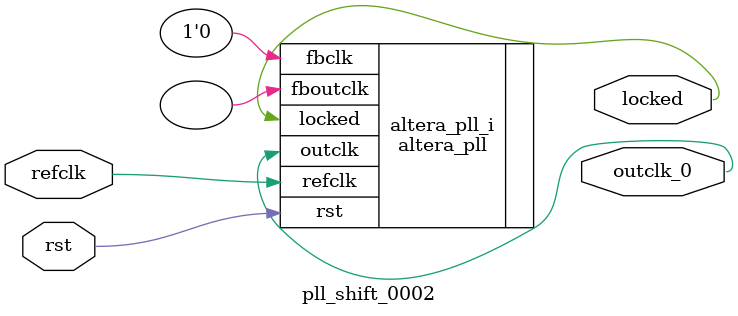
<source format=v>
`timescale 1ns/10ps
module  pll_shift_0002(

	// interface 'refclk'
	input wire refclk,

	// interface 'reset'
	input wire rst,

	// interface 'outclk0'
	output wire outclk_0,

	// interface 'locked'
	output wire locked
);

	altera_pll #(
		.fractional_vco_multiplier("false"),
		.reference_clock_frequency("100.0 MHz"),
		.operation_mode("direct"),
		.number_of_clocks(1),
		.output_clock_frequency0("100.000000 MHz"),
		.phase_shift0("5000 ps"),
		.duty_cycle0(50),
		.output_clock_frequency1("0 MHz"),
		.phase_shift1("0 ps"),
		.duty_cycle1(50),
		.output_clock_frequency2("0 MHz"),
		.phase_shift2("0 ps"),
		.duty_cycle2(50),
		.output_clock_frequency3("0 MHz"),
		.phase_shift3("0 ps"),
		.duty_cycle3(50),
		.output_clock_frequency4("0 MHz"),
		.phase_shift4("0 ps"),
		.duty_cycle4(50),
		.output_clock_frequency5("0 MHz"),
		.phase_shift5("0 ps"),
		.duty_cycle5(50),
		.output_clock_frequency6("0 MHz"),
		.phase_shift6("0 ps"),
		.duty_cycle6(50),
		.output_clock_frequency7("0 MHz"),
		.phase_shift7("0 ps"),
		.duty_cycle7(50),
		.output_clock_frequency8("0 MHz"),
		.phase_shift8("0 ps"),
		.duty_cycle8(50),
		.output_clock_frequency9("0 MHz"),
		.phase_shift9("0 ps"),
		.duty_cycle9(50),
		.output_clock_frequency10("0 MHz"),
		.phase_shift10("0 ps"),
		.duty_cycle10(50),
		.output_clock_frequency11("0 MHz"),
		.phase_shift11("0 ps"),
		.duty_cycle11(50),
		.output_clock_frequency12("0 MHz"),
		.phase_shift12("0 ps"),
		.duty_cycle12(50),
		.output_clock_frequency13("0 MHz"),
		.phase_shift13("0 ps"),
		.duty_cycle13(50),
		.output_clock_frequency14("0 MHz"),
		.phase_shift14("0 ps"),
		.duty_cycle14(50),
		.output_clock_frequency15("0 MHz"),
		.phase_shift15("0 ps"),
		.duty_cycle15(50),
		.output_clock_frequency16("0 MHz"),
		.phase_shift16("0 ps"),
		.duty_cycle16(50),
		.output_clock_frequency17("0 MHz"),
		.phase_shift17("0 ps"),
		.duty_cycle17(50),
		.pll_type("General"),
		.pll_subtype("General")
	) altera_pll_i (
		.rst	(rst),
		.outclk	({outclk_0}),
		.locked	(locked),
		.fboutclk	( ),
		.fbclk	(1'b0),
		.refclk	(refclk)
	);
endmodule


</source>
